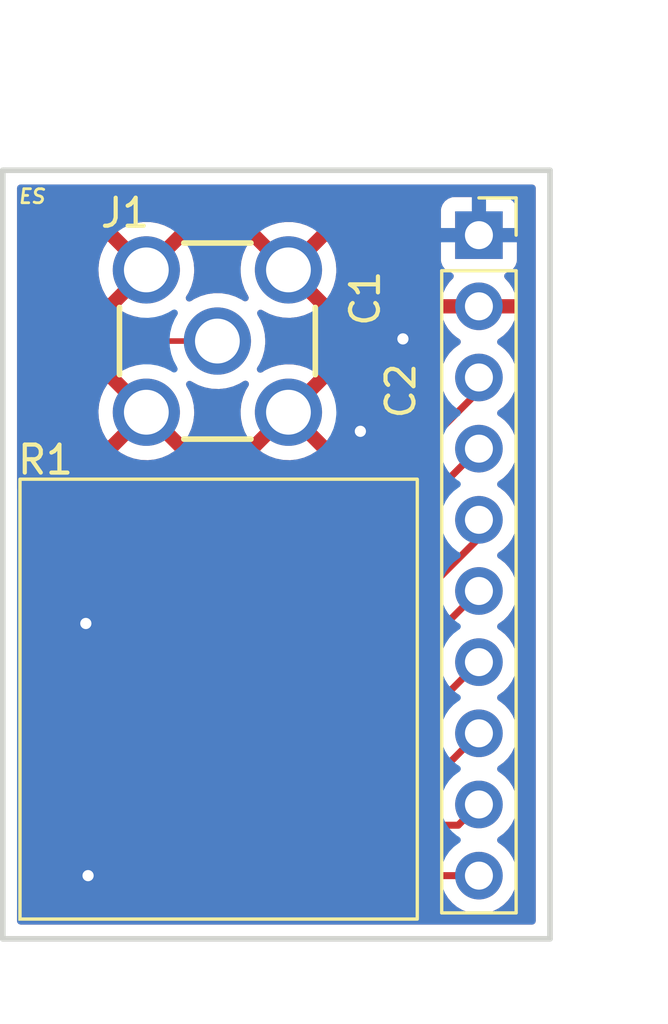
<source format=kicad_pcb>
(kicad_pcb (version 20211014) (generator pcbnew)
  (layers (0 "F.Cu" signal) (31 "B.Cu" signal) (34 "B.Paste" user) (35 "F.Paste" user) (36 "B.SilkS" user "B.Silkscreen") (37 "F.SilkS" user "F.Silkscreen") (38 "B.Mask" user) (39 "F.Mask" user) (44 "Edge.Cuts" user))
  (net 0 "")
  (net 1 "+3.3V")
  (net 3 "Net-(J1-Pad1)")
  (net 4 "GND")
  (net 5 "Net-(R1-Pad9)")
  (net 6 "Net-(R1-Pad10)")
  (net 7 "Net-(R1-Pad11)")
  (net 8 "Net-(R1-Pad12)")
  (net 9 "Net-(R1-Pad13)")
  (net 10 "Net-(R1-Pad14)")
  (net 11 "Net-(R1-Pad15)")
  (net 12 "Net-(R1-Pad16)")
  (footprint "Capacitor_SMD:C_0201_0603Metric_Pad0.64x0.40mm_HandSolder" (layer "F.Cu") (at 164.418666 102.616 90)
    (fp_text reference "C2" (at 0 1.443334 90) (layer "F.SilkS"))
    (fp_text value "10uF")
    (pad "1" smd roundrect (at -0.4075 0 90) (size 0.635 0.4) (layers "F.Cu" "F.Mask") (net 1 "+3.3V"))
    (pad "2" smd roundrect (at 0.4075 0 90) (size 0.635 0.4) (layers "F.Cu" "F.Mask") (net 4 "GND"))
  )
  (footprint "components:SAMTEC_SMA-J-P-X-RA-TH1" (layer "F.Cu") (at 159.308 100.838 -90)
    (fp_text reference "J1" (at -4.572 3.302 180) (layer "F.SilkS"))
    (fp_text value "SMA-J-P-X-RA-TH1")
    (fp_line (start 3.5 1.2) (end 3.5 -1.2) (layer "F.SilkS") (width 0.2))
    (fp_line (start 1.2 3.5) (end -1.2 3.5) (layer "F.SilkS") (width 0.2))
    (fp_line (start -3.5 1.2) (end -3.5 -1.2) (layer "F.SilkS") (width 0.2))
    (fp_line (start -1.2 -3.5) (end 1.2 -3.5) (layer "F.SilkS") (width 0.2))
    (pad "1" thru_hole circle (at 0 0 270) (size 2.4 2.4) (drill 1.6) (layers *.Cu *.Mask) (net 3 "Net-(J1-Pad1)"))
    (pad "2" thru_hole circle (at 2.54 2.54 270) (size 2.4 2.4) (drill 1.6) (layers *.Cu *.Mask) (net 4 "GND"))
    (pad "3" thru_hole circle (at 2.54 -2.54 270) (size 2.4 2.4) (drill 1.6) (layers *.Cu *.Mask) (net 4 "GND"))
    (pad "4" thru_hole circle (at -2.54 -2.54 270) (size 2.4 2.4) (drill 1.6) (layers *.Cu *.Mask) (net 4 "GND"))
    (pad "5" thru_hole circle (at -2.54 2.54 270) (size 2.4 2.4) (drill 1.6) (layers *.Cu *.Mask) (net 4 "GND"))
  )
  (footprint "Connector_PinSocket_2.54mm:PinSocket_1x10_P2.54mm_Vertical" (layer "F.Cu") (at 168.656 97.058)
    (fp_text reference "J2" hide)
    (fp_text value "Conn_01x10_Male")
    (fp_line (start 1.33 1.27) (end 1.33 24.19) (layer "F.SilkS") (width 0.12))
    (fp_line (start -1.33 1.27) (end 1.33 1.27) (layer "F.SilkS") (width 0.12))
    (fp_line (start -1.33 1.27) (end -1.33 24.19) (layer "F.SilkS") (width 0.12))
    (fp_line (start -1.33 24.19) (end 1.33 24.19) (layer "F.SilkS") (width 0.12))
    (fp_line (start 1.33 -1.33) (end 1.33 0) (layer "F.SilkS") (width 0.12))
    (fp_line (start 0 -1.33) (end 1.33 -1.33) (layer "F.SilkS") (width 0.12))
    (pad "1" thru_hole rect (at 0 0) (size 1.7 1.7) (drill 1) (layers *.Cu *.Mask) (net 1 "+3.3V"))
    (pad "2" thru_hole oval (at 0 2.54) (size 1.7 1.7) (drill 1) (layers *.Cu *.Mask) (net 4 "GND"))
    (pad "3" thru_hole oval (at 0 5.08) (size 1.7 1.7) (drill 1) (layers *.Cu *.Mask) (net 12 "Net-(R1-Pad16)"))
    (pad "4" thru_hole oval (at 0 7.62) (size 1.7 1.7) (drill 1) (layers *.Cu *.Mask) (net 11 "Net-(R1-Pad15)"))
    (pad "5" thru_hole oval (at 0 10.16) (size 1.7 1.7) (drill 1) (layers *.Cu *.Mask) (net 10 "Net-(R1-Pad14)"))
    (pad "6" thru_hole oval (at 0 12.7) (size 1.7 1.7) (drill 1) (layers *.Cu *.Mask) (net 9 "Net-(R1-Pad13)"))
    (pad "7" thru_hole oval (at 0 15.24) (size 1.7 1.7) (drill 1) (layers *.Cu *.Mask) (net 8 "Net-(R1-Pad12)"))
    (pad "8" thru_hole oval (at 0 17.78) (size 1.7 1.7) (drill 1) (layers *.Cu *.Mask) (net 7 "Net-(R1-Pad11)"))
    (pad "9" thru_hole oval (at 0 20.32) (size 1.7 1.7) (drill 1) (layers *.Cu *.Mask) (net 6 "Net-(R1-Pad10)"))
    (pad "10" thru_hole oval (at 0 22.86) (size 1.7 1.7) (drill 1) (layers *.Cu *.Mask) (net 5 "Net-(R1-Pad9)"))
  )
  (footprint "Capacitor_SMD:C_0201_0603Metric_Pad0.64x0.40mm_HandSolder" (layer "F.Cu") (at 165.939332 99.314 90)
    (fp_text reference "C1" (at 0 -1.347332 90) (layer "F.SilkS"))
    (fp_text value "10uF")
    (pad "1" smd roundrect (at -0.4075 0 90) (size 0.635 0.4) (layers "F.Cu" "F.Mask") (net 1 "+3.3V"))
    (pad "2" smd roundrect (at 0.4075 0 90) (size 0.635 0.4) (layers "F.Cu" "F.Mask") (net 4 "GND"))
  )
  (footprint "components:DRF1268T" (layer "F.Cu") (at 152.353 121.468)
    (fp_text reference "R1" (at 0.809 -16.391 unlocked) (layer "F.SilkS"))
    (fp_text value "DRF1268T")
    (fp_rect (start -0.1 0) (end 14.1 -15.7) (layer "F.SilkS") (width 0.12) (fill none))
    (pad "1" smd roundrect (at 0.745 -14.15) (size 1.49 1.4) (layers "F.Cu" "F.Paste" "F.Mask") (net 3 "Net-(J1-Pad1)"))
    (pad "2" smd roundrect (at 0.745 -12.35) (size 1.49 1.4) (layers "F.Cu" "F.Paste" "F.Mask") (net 4 "GND"))
    (pad "3" smd roundrect (at 0.745 -10.55) (size 1.49 1.4) (layers "F.Cu" "F.Paste" "F.Mask") (net 1 "+3.3V"))
    (pad "4" smd roundrect (at 0.745 -8.75) (size 1.49 1.4) (layers "F.Cu" "F.Paste" "F.Mask") (net 4 "GND"))
    (pad "5" smd roundrect (at 0.745 -6.95) (size 1.49 1.4) (layers "F.Cu" "F.Paste" "F.Mask") (net 4 "GND"))
    (pad "6" smd roundrect (at 0.745 -5.15) (size 1.49 1.4) (layers "F.Cu" "F.Paste" "F.Mask"))
    (pad "7" smd roundrect (at 0.745 -3.35) (size 1.49 1.4) (layers "F.Cu" "F.Paste" "F.Mask") (net 4 "GND"))
    (pad "8" smd roundrect (at 0.745 -1.55) (size 1.49 1.4) (layers "F.Cu" "F.Paste" "F.Mask") (net 1 "+3.3V"))
    (pad "9" smd roundrect (at 13.255 -1.55) (size 1.49 1.4) (layers "F.Cu" "F.Paste" "F.Mask") (net 5 "Net-(R1-Pad9)"))
    (pad "10" smd roundrect (at 13.255 -3.35) (size 1.49 1.4) (layers "F.Cu" "F.Paste" "F.Mask") (net 6 "Net-(R1-Pad10)"))
    (pad "11" smd roundrect (at 13.255 -5.15) (size 1.49 1.4) (layers "F.Cu" "F.Paste" "F.Mask") (net 7 "Net-(R1-Pad11)"))
    (pad "12" smd roundrect (at 13.255 -6.95) (size 1.49 1.4) (layers "F.Cu" "F.Paste" "F.Mask") (net 8 "Net-(R1-Pad12)"))
    (pad "13" smd roundrect (at 13.255 -8.75) (size 1.49 1.4) (layers "F.Cu" "F.Paste" "F.Mask") (net 9 "Net-(R1-Pad13)"))
    (pad "14" smd roundrect (at 13.255 -10.55) (size 1.49 1.4) (layers "F.Cu" "F.Paste" "F.Mask") (net 10 "Net-(R1-Pad14)"))
    (pad "15" smd roundrect (at 13.255 -12.35) (size 1.49 1.4) (layers "F.Cu" "F.Paste" "F.Mask") (net 11 "Net-(R1-Pad15)"))
    (pad "16" smd roundrect (at 13.255 -14.15) (size 1.49 1.4) (layers "F.Cu" "F.Paste" "F.Mask") (net 12 "Net-(R1-Pad16)"))
  )
  (gr_line (start 151.638 94.742) (end 151.638 122.174) (layer "Edge.Cuts") (width 0.2))
  (gr_line (start 151.638 94.742) (end 171.196 94.742) (layer "Edge.Cuts") (width 0.2))
  (gr_line (start 171.196 122.174) (end 151.638 122.174) (layer "Edge.Cuts") (width 0.2))
  (gr_line (start 171.196 94.742) (end 171.196 122.174) (layer "Edge.Cuts") (width 0.2))
  (gr_text "ES" (at 152.675 95.675) (layer "F.SilkS") (effects (font (size 0.5 0.5) (thickness 0.1) italic)))
  (segment (start 165.939332 99.7215) (end 165.939332 100.760668) (width 0.2) (layer "F.Cu") (net 1))
  (segment (start 164.418666 103.0235) (end 164.418666 104.059334) (width 0.2) (layer "F.Cu") (net 1))
  (segment (start 153.098 110.918) (end 154.606 110.918) (width 0.2) (layer "F.Cu") (net 1))
  (segment (start 153.098 119.918) (end 154.686 119.918) (width 0.2) (layer "F.Cu") (net 1))
  (via (at 154.686 119.918) (size 0.8) (drill 0.4) (layers "F.Cu" "B.Cu") (net 1))
  (via (at 165.939332 100.760668) (size 0.8) (drill 0.4) (layers "F.Cu" "B.Cu") (net 1))
  (via (at 154.606 110.918) (size 0.8) (drill 0.4) (layers "F.Cu" "B.Cu") (net 1))
  (via (at 164.418666 104.059334) (size 0.8) (drill 0.4) (layers "F.Cu" "B.Cu") (net 1))
  (segment (start 153.098 102.934) (end 155.194 100.838) (width 0.2) (layer "F.Cu") (net 3))
  (segment (start 155.194 100.838) (end 159.258 100.838) (width 0.2) (layer "F.Cu") (net 3))
  (segment (start 153.098 107.143) (end 153.098 102.934) (width 0.2) (layer "F.Cu") (net 3))
  (segment (start 165.608 119.918) (end 168.656 119.918) (width 0.25) (layer "F.Cu") (net 5))
  (segment (start 167.916 118.118) (end 165.608 118.118) (width 0.25) (layer "F.Cu") (net 6))
  (segment (start 168.656 117.378) (end 167.916 118.118) (width 0.25) (layer "F.Cu") (net 6))
  (segment (start 165.608 116.318) (end 167.176 116.318) (width 0.25) (layer "F.Cu") (net 7))
  (segment (start 167.176 116.318) (end 168.656 114.838) (width 0.25) (layer "F.Cu") (net 7))
  (segment (start 166.436 114.518) (end 168.656 112.298) (width 0.25) (layer "F.Cu") (net 8))
  (segment (start 165.608 114.518) (end 166.436 114.518) (width 0.25) (layer "F.Cu") (net 8))
  (segment (start 165.696 112.718) (end 168.656 109.758) (width 0.25) (layer "F.Cu") (net 9))
  (segment (start 165.608 112.718) (end 165.696 112.718) (width 0.25) (layer "F.Cu") (net 9))
  (segment (start 168.656 107.87) (end 168.656 107.218) (width 0.25) (layer "F.Cu") (net 10))
  (segment (start 165.608 110.918) (end 168.656 107.87) (width 0.25) (layer "F.Cu") (net 10))
  (segment (start 165.608 109.118) (end 166.878 107.848) (width 0.25) (layer "F.Cu") (net 11))
  (segment (start 166.878 106.456) (end 168.656 104.678) (width 0.25) (layer "F.Cu") (net 11))
  (segment (start 166.878 107.848) (end 166.878 106.456) (width 0.25) (layer "F.Cu") (net 11))
  (segment (start 165.608 107.318) (end 165.608 105.664) (width 0.25) (layer "F.Cu") (net 12))
  (segment (start 168.656 102.616) (end 168.656 102.138) (width 0.25) (layer "F.Cu") (net 12))
  (segment (start 165.608 105.664) (end 168.656 102.616) (width 0.25) (layer "F.Cu") (net 12))
  (zone (net 4) (net_name "GND") (layer "F.Cu") (connect_pads (clearance 0.508)) (min_thickness 0.254) (fill yes (thermal_gap 0.508) (thermal_bridge_width 0.508))
    (polygon (pts (xy 171.196 122.174) (xy 151.638 122.174) (xy 151.638 94.742) (xy 171.196 94.742)))
  )
  (zone (net 1) (net_name "+3.3V") (layer "B.Cu") (connect_pads (clearance 0.508)) (min_thickness 0.254) (fill yes (thermal_gap 0.508) (thermal_bridge_width 0.508))
    (polygon (pts (xy 171.196 122.174) (xy 151.638 122.174) (xy 151.638 94.742) (xy 171.196 94.742)))
  )
)
</source>
